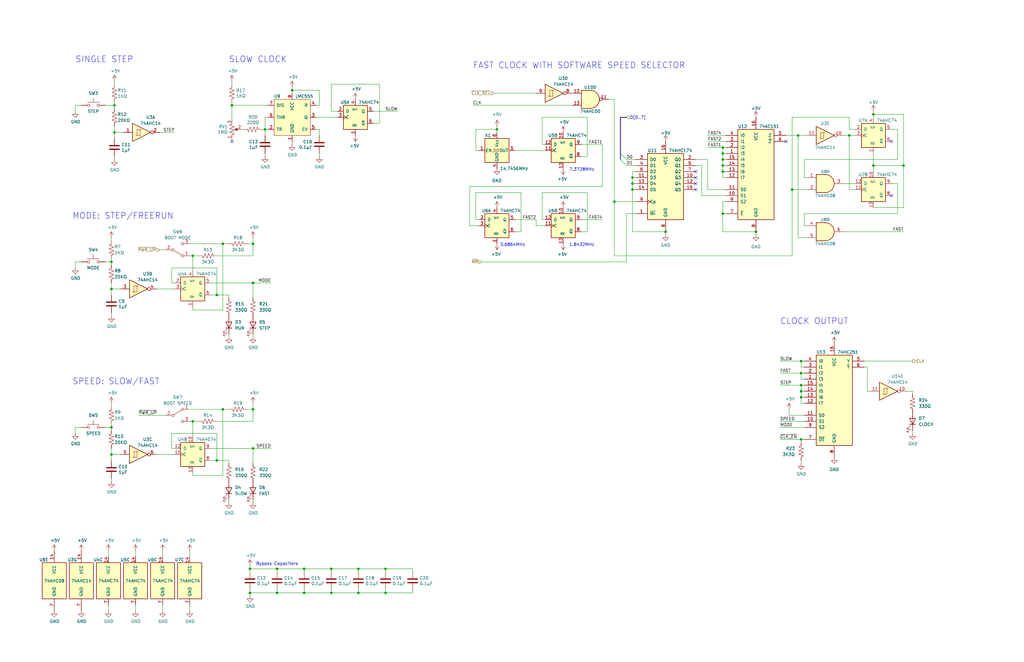
<source format=kicad_sch>
(kicad_sch (version 20211123) (generator eeschema)
  (paper "USLedger")
  (title_block (title "Selectable triple clock circuit") (date "2022-10-07") (rev "1.2") (company "Frederic Segard - aka: The Micro Hobbyist"))
  (junction (at 105.41 250.19))
  (junction (at 162.56 250.19))
  (junction (at 259.08 85.09))
  (junction (at 46.99 121.92))
  (junction (at 128.27 250.19))
  (junction (at 337.82 152.4))
  (junction (at 97.79 44.45))
  (junction (at 337.82 157.48))
  (junction (at 151.13 250.19))
  (junction (at 105.41 240.03))
  (junction (at 334.01 80.01))
  (junction (at 304.8 90.17))
  (junction (at 116.84 250.19))
  (junction (at 106.68 102.87))
  (junction (at 280.67 97.79))
  (junction (at 91.44 124.46))
  (junction (at 123.19 38.1))
  (junction (at 209.55 54.61))
  (junction (at 337.82 165.1))
  (junction (at 128.27 240.03))
  (junction (at 48.26 44.45))
  (junction (at 266.7 77.47))
  (junction (at 337.82 162.56))
  (junction (at 337.82 185.42))
  (junction (at 336.55 57.15))
  (junction (at 266.7 80.01))
  (junction (at 358.14 57.15))
  (junction (at 381 69.85))
  (junction (at 106.68 189.23))
  (junction (at 337.82 167.64))
  (junction (at 266.7 74.93))
  (junction (at 318.77 97.79))
  (junction (at 304.8 67.31))
  (junction (at 106.68 172.72))
  (junction (at 368.3 69.85))
  (junction (at 46.99 180.34))
  (junction (at 139.7 250.19))
  (junction (at 111.76 54.61))
  (junction (at 106.68 119.38))
  (junction (at 304.8 62.23))
  (junction (at 91.44 194.31))
  (junction (at 162.56 240.03))
  (junction (at 81.28 107.95))
  (junction (at 46.99 191.77))
  (junction (at 304.8 69.85))
  (junction (at 116.84 240.03))
  (junction (at 48.26 55.88))
  (junction (at 93.98 102.87))
  (junction (at 93.98 172.72))
  (junction (at 81.28 177.8))
  (junction (at 368.3 48.26))
  (junction (at 139.7 240.03))
  (junction (at 304.8 72.39))
  (junction (at 46.99 110.49))
  (junction (at 304.8 64.77))
  (junction (at 151.13 240.03))
  (no_connect (at 293.37 72.39))
  (no_connect (at 375.92 82.55))
  (no_connect (at 375.92 59.69))
  (no_connect (at 97.79 59.69))
  (no_connect (at 331.47 59.69))
  (no_connect (at 293.37 74.93))
  (no_connect (at 293.37 80.01))
  (no_connect (at 293.37 77.47))
  (bus_entry (at 261.62 64.77) (size 2.54 2.54))
  (bus_entry (at 261.62 67.31) (size 2.54 2.54))
  (wire (pts (xy 46.99 179.07) (xy 46.99 180.34)))
  (wire (pts (xy 97.79 43.18) (xy 97.79 44.45)))
  (wire (pts (xy 217.17 97.79) (xy 219.71 97.79)))
  (wire (pts (xy 368.3 46.99) (xy 368.3 48.26)))
  (wire (pts (xy 68.58 255.27) (xy 68.58 257.81)))
  (wire (pts (xy 46.99 109.22) (xy 46.99 110.49)))
  (wire (pts (xy 151.13 248.92) (xy 151.13 250.19)))
  (wire (pts (xy 304.8 90.17) (xy 304.8 85.09)))
  (wire (pts (xy 72.39 119.38) (xy 73.66 119.38)))
  (wire (pts (xy 217.17 63.5) (xy 229.87 63.5)))
  (wire (pts (xy 46.99 194.31) (xy 46.99 191.77)))
  (wire (pts (xy 365.76 165.1) (xy 365.76 154.94)))
  (wire (pts (xy 80.01 255.27) (xy 80.01 257.81)))
  (wire (pts (xy 173.99 241.3) (xy 173.99 240.03)))
  (wire (pts (xy 97.79 34.29) (xy 97.79 35.56)))
  (wire (pts (xy 298.45 67.31) (xy 298.45 80.01)))
  (wire (pts (xy 209.55 54.61) (xy 200.66 54.61)))
  (wire (pts (xy 245.11 92.71) (xy 254 92.71)))
  (wire (pts (xy 93.98 200.66) (xy 81.28 200.66)))
  (wire (pts (xy 106.68 107.95) (xy 106.68 102.87)))
  (wire (pts (xy 66.04 121.92) (xy 73.66 121.92)))
  (wire (pts (xy 57.15 234.95) (xy 57.15 232.41)))
  (wire (pts (xy 200.66 54.61) (xy 200.66 63.5)))
  (wire (pts (xy 266.7 80.01) (xy 267.97 80.01)))
  (wire (pts (xy 337.82 167.64) (xy 339.09 167.64)))
  (wire (pts (xy 123.19 38.1) (xy 123.19 36.83)))
  (wire (pts (xy 203.2 110.49) (xy 264.16 110.49)))
  (wire (pts (xy 157.48 46.99) (xy 167.64 46.99)))
  (wire (pts (xy 198.12 95.25) (xy 198.12 78.74)))
  (wire (pts (xy 134.62 44.45) (xy 133.35 44.45)))
  (wire (pts (xy 128.27 248.92) (xy 128.27 250.19)))
  (wire (pts (xy 160.02 52.07) (xy 160.02 35.56)))
  (wire (pts (xy 358.14 57.15) (xy 360.68 57.15)))
  (wire (pts (xy 72.39 189.23) (xy 73.66 189.23)))
  (wire (pts (xy 247.65 66.04) (xy 247.65 49.53)))
  (wire (pts (xy 334.01 107.95) (xy 259.08 107.95)))
  (wire (pts (xy 365.76 154.94) (xy 364.49 154.94)))
  (wire (pts (xy 73.66 55.88) (xy 67.31 55.88)))
  (wire (pts (xy 106.68 119.38) (xy 106.68 125.73)))
  (wire (pts (xy 96.52 140.97) (xy 96.52 142.24)))
  (wire (pts (xy 337.82 185.42) (xy 339.09 185.42)))
  (wire (pts (xy 48.26 44.45) (xy 48.26 45.72)))
  (wire (pts (xy 298.45 59.69) (xy 306.07 59.69)))
  (wire (pts (xy 381 87.63) (xy 381 69.85)))
  (wire (pts (xy 66.04 191.77) (xy 73.66 191.77)))
  (wire (pts (xy 266.7 77.47) (xy 266.7 80.01)))
  (wire (pts (xy 304.8 62.23) (xy 306.07 62.23)))
  (wire (pts (xy 358.14 57.15) (xy 358.14 80.01)))
  (wire (pts (xy 328.93 185.42) (xy 337.82 185.42)))
  (wire (pts (xy 254 60.96) (xy 254 78.74)))
  (wire (pts (xy 328.93 180.34) (xy 339.09 180.34)))
  (wire (pts (xy 44.45 180.34) (xy 46.99 180.34)))
  (wire (pts (xy 106.68 119.38) (xy 114.3 119.38)))
  (wire (pts (xy 247.65 97.79) (xy 247.65 81.28)))
  (wire (pts (xy 106.68 170.18) (xy 106.68 172.72)))
  (wire (pts (xy 264.16 69.85) (xy 267.97 69.85)))
  (wire (pts (xy 358.14 54.61) (xy 358.14 49.53)))
  (wire (pts (xy 81.28 177.8) (xy 83.82 177.8)))
  (wire (pts (xy 295.91 82.55) (xy 306.07 82.55)))
  (wire (pts (xy 116.84 248.92) (xy 116.84 250.19)))
  (wire (pts (xy 228.6 92.71) (xy 229.87 92.71)))
  (wire (pts (xy 200.66 81.28) (xy 200.66 92.71)))
  (wire (pts (xy 105.41 250.19) (xy 105.41 251.46)))
  (wire (pts (xy 334.01 80.01) (xy 340.36 80.01)))
  (wire (pts (xy 337.82 165.1) (xy 337.82 162.56)))
  (wire (pts (xy 355.6 77.47) (xy 360.68 77.47)))
  (wire (pts (xy 80.01 102.87) (xy 93.98 102.87)))
  (wire (pts (xy 134.62 66.04) (xy 134.62 64.77)))
  (wire (pts (xy 304.8 90.17) (xy 306.07 90.17)))
  (wire (pts (xy 226.06 95.25) (xy 229.87 95.25)))
  (wire (pts (xy 226.06 92.71) (xy 226.06 95.25)))
  (wire (pts (xy 46.99 124.46) (xy 46.99 121.92)))
  (wire (pts (xy 91.44 107.95) (xy 106.68 107.95)))
  (wire (pts (xy 209.55 54.61) (xy 209.55 55.88)))
  (wire (pts (xy 304.8 64.77) (xy 304.8 67.31)))
  (wire (pts (xy 339.09 160.02) (xy 337.82 160.02)))
  (wire (pts (xy 259.08 107.95) (xy 259.08 85.09)))
  (wire (pts (xy 93.98 102.87) (xy 96.52 102.87)))
  (wire (pts (xy 67.31 105.41) (xy 69.85 105.41)))
  (wire (pts (xy 368.3 69.85) (xy 368.3 72.39)))
  (wire (pts (xy 293.37 67.31) (xy 298.45 67.31)))
  (wire (pts (xy 337.82 152.4) (xy 339.09 152.4)))
  (wire (pts (xy 111.76 54.61) (xy 111.76 49.53)))
  (wire (pts (xy 332.74 172.72) (xy 332.74 175.26)))
  (wire (pts (xy 34.29 44.45) (xy 31.75 44.45)))
  (wire (pts (xy 81.28 177.8) (xy 80.01 177.8)))
  (wire (pts (xy 105.41 250.19) (xy 116.84 250.19)))
  (wire (pts (xy 337.82 194.31) (xy 337.82 195.58)))
  (wire (pts (xy 139.7 46.99) (xy 142.24 46.99)))
  (wire (pts (xy 339.09 90.17) (xy 339.09 95.25)))
  (wire (pts (xy 384.81 165.1) (xy 384.81 166.37)))
  (wire (pts (xy 337.82 167.64) (xy 337.82 165.1)))
  (wire (pts (xy 46.99 119.38) (xy 46.99 121.92)))
  (wire (pts (xy 381 69.85) (xy 368.3 69.85)))
  (wire (pts (xy 88.9 119.38) (xy 106.68 119.38)))
  (wire (pts (xy 46.99 132.08) (xy 46.99 133.35)))
  (wire (pts (xy 48.26 66.04) (xy 48.26 67.31)))
  (wire (pts (xy 266.7 74.93) (xy 266.7 77.47)))
  (wire (pts (xy 173.99 248.92) (xy 173.99 250.19)))
  (wire (pts (xy 334.01 49.53) (xy 358.14 49.53)))
  (wire (pts (xy 128.27 240.03) (xy 116.84 240.03)))
  (wire (pts (xy 266.7 80.01) (xy 266.7 97.79)))
  (wire (pts (xy 123.19 38.1) (xy 134.62 38.1)))
  (wire (pts (xy 93.98 172.72) (xy 96.52 172.72)))
  (wire (pts (xy 259.08 41.91) (xy 259.08 85.09)))
  (wire (pts (xy 378.46 77.47) (xy 378.46 90.17)))
  (wire (pts (xy 139.7 241.3) (xy 139.7 240.03)))
  (wire (pts (xy 134.62 54.61) (xy 134.62 57.15)))
  (bus (pts (xy 261.62 64.77) (xy 261.62 49.53)))
  (wire (pts (xy 46.99 110.49) (xy 46.99 111.76)))
  (wire (pts (xy 364.49 152.4) (xy 384.81 152.4)))
  (wire (pts (xy 93.98 130.81) (xy 81.28 130.81)))
  (wire (pts (xy 133.35 54.61) (xy 134.62 54.61)))
  (wire (pts (xy 46.99 180.34) (xy 46.99 181.61)))
  (wire (pts (xy 44.45 44.45) (xy 48.26 44.45)))
  (bus (pts (xy 264.16 49.53) (xy 261.62 49.53)))
  (wire (pts (xy 97.79 44.45) (xy 97.79 50.8)))
  (wire (pts (xy 91.44 182.88) (xy 72.39 182.88)))
  (wire (pts (xy 198.12 95.25) (xy 201.93 95.25)))
  (wire (pts (xy 106.68 189.23) (xy 114.3 189.23)))
  (wire (pts (xy 106.68 100.33) (xy 106.68 102.87)))
  (wire (pts (xy 157.48 52.07) (xy 160.02 52.07)))
  (wire (pts (xy 106.68 177.8) (xy 106.68 172.72)))
  (wire (pts (xy 96.52 194.31) (xy 91.44 194.31)))
  (wire (pts (xy 81.28 200.66) (xy 81.28 199.39)))
  (wire (pts (xy 378.46 67.31) (xy 339.09 67.31)))
  (wire (pts (xy 331.47 57.15) (xy 336.55 57.15)))
  (wire (pts (xy 245.11 60.96) (xy 254 60.96)))
  (wire (pts (xy 68.58 234.95) (xy 68.58 232.41)))
  (wire (pts (xy 328.93 177.8) (xy 339.09 177.8)))
  (wire (pts (xy 219.71 81.28) (xy 200.66 81.28)))
  (wire (pts (xy 151.13 240.03) (xy 139.7 240.03)))
  (wire (pts (xy 123.19 39.37) (xy 123.19 38.1)))
  (wire (pts (xy 162.56 250.19) (xy 173.99 250.19)))
  (wire (pts (xy 266.7 97.79) (xy 280.67 97.79)))
  (wire (pts (xy 304.8 74.93) (xy 304.8 72.39)))
  (wire (pts (xy 381 69.85) (xy 381 48.26)))
  (wire (pts (xy 91.44 113.03) (xy 72.39 113.03)))
  (wire (pts (xy 80.01 172.72) (xy 93.98 172.72)))
  (wire (pts (xy 304.8 72.39) (xy 306.07 72.39)))
  (wire (pts (xy 48.26 43.18) (xy 48.26 44.45)))
  (wire (pts (xy 298.45 62.23) (xy 304.8 62.23)))
  (wire (pts (xy 382.27 165.1) (xy 384.81 165.1)))
  (wire (pts (xy 264.16 110.49) (xy 264.16 90.17)))
  (wire (pts (xy 334.01 80.01) (xy 334.01 49.53)))
  (wire (pts (xy 81.28 130.81) (xy 81.28 129.54)))
  (wire (pts (xy 200.66 92.71) (xy 201.93 92.71)))
  (wire (pts (xy 334.01 80.01) (xy 334.01 107.95)))
  (wire (pts (xy 106.68 212.09) (xy 106.68 210.82)))
  (wire (pts (xy 339.09 67.31) (xy 339.09 74.93)))
  (wire (pts (xy 247.65 49.53) (xy 228.6 49.53)))
  (wire (pts (xy 96.52 125.73) (xy 96.52 124.46)))
  (wire (pts (xy 91.44 177.8) (xy 106.68 177.8)))
  (wire (pts (xy 381 48.26) (xy 368.3 48.26)))
  (wire (pts (xy 298.45 80.01) (xy 306.07 80.01)))
  (wire (pts (xy 304.8 67.31) (xy 306.07 67.31)))
  (wire (pts (xy 97.79 44.45) (xy 113.03 44.45)))
  (wire (pts (xy 304.8 67.31) (xy 304.8 69.85)))
  (wire (pts (xy 101.6 54.61) (xy 102.87 54.61)))
  (wire (pts (xy 384.81 182.88) (xy 384.81 181.61)))
  (wire (pts (xy 264.16 90.17) (xy 267.97 90.17)))
  (wire (pts (xy 199.39 44.45) (xy 241.3 44.45)))
  (wire (pts (xy 259.08 85.09) (xy 267.97 85.09)))
  (wire (pts (xy 358.14 80.01) (xy 360.68 80.01)))
  (wire (pts (xy 105.41 240.03) (xy 105.41 241.3)))
  (wire (pts (xy 45.72 255.27) (xy 45.72 257.81)))
  (wire (pts (xy 106.68 102.87) (xy 104.14 102.87)))
  (wire (pts (xy 367.03 165.1) (xy 365.76 165.1)))
  (wire (pts (xy 45.72 234.95) (xy 45.72 232.41)))
  (wire (pts (xy 111.76 49.53) (xy 113.03 49.53)))
  (wire (pts (xy 162.56 248.92) (xy 162.56 250.19)))
  (wire (pts (xy 304.8 85.09) (xy 306.07 85.09)))
  (wire (pts (xy 267.97 72.39) (xy 266.7 72.39)))
  (wire (pts (xy 105.41 248.92) (xy 105.41 250.19)))
  (wire (pts (xy 116.84 240.03) (xy 105.41 240.03)))
  (wire (pts (xy 113.03 54.61) (xy 111.76 54.61)))
  (wire (pts (xy 228.6 49.53) (xy 228.6 60.96)))
  (wire (pts (xy 208.28 39.37) (xy 226.06 39.37)))
  (wire (pts (xy 209.55 53.34) (xy 209.55 54.61)))
  (wire (pts (xy 304.8 69.85) (xy 304.8 72.39)))
  (wire (pts (xy 139.7 248.92) (xy 139.7 250.19)))
  (wire (pts (xy 339.09 170.18) (xy 337.82 170.18)))
  (wire (pts (xy 339.09 74.93) (xy 340.36 74.93)))
  (wire (pts (xy 72.39 113.03) (xy 72.39 119.38)))
  (wire (pts (xy 46.99 121.92) (xy 50.8 121.92)))
  (wire (pts (xy 219.71 97.79) (xy 219.71 81.28)))
  (wire (pts (xy 133.35 49.53) (xy 142.24 49.53)))
  (wire (pts (xy 106.68 142.24) (xy 106.68 140.97)))
  (wire (pts (xy 46.99 100.33) (xy 46.99 101.6)))
  (wire (pts (xy 280.67 99.06) (xy 280.67 97.79)))
  (wire (pts (xy 91.44 113.03) (xy 91.44 124.46)))
  (wire (pts (xy 46.99 170.18) (xy 46.99 171.45)))
  (wire (pts (xy 46.99 189.23) (xy 46.99 191.77)))
  (wire (pts (xy 173.99 240.03) (xy 162.56 240.03)))
  (wire (pts (xy 93.98 102.87) (xy 93.98 130.81)))
  (wire (pts (xy 256.54 41.91) (xy 259.08 41.91)))
  (wire (pts (xy 304.8 90.17) (xy 304.8 97.79)))
  (wire (pts (xy 304.8 62.23) (xy 304.8 64.77)))
  (wire (pts (xy 34.29 180.34) (xy 31.75 180.34)))
  (wire (pts (xy 339.09 175.26) (xy 332.74 175.26)))
  (wire (pts (xy 266.7 72.39) (xy 266.7 74.93)))
  (wire (pts (xy 368.3 87.63) (xy 381 87.63)))
  (wire (pts (xy 80.01 234.95) (xy 80.01 232.41)))
  (wire (pts (xy 337.82 185.42) (xy 337.82 186.69)))
  (wire (pts (xy 264.16 67.31) (xy 267.97 67.31)))
  (wire (pts (xy 160.02 35.56) (xy 139.7 35.56)))
  (wire (pts (xy 88.9 189.23) (xy 106.68 189.23)))
  (wire (pts (xy 339.09 154.94) (xy 337.82 154.94)))
  (wire (pts (xy 96.52 124.46) (xy 91.44 124.46)))
  (wire (pts (xy 245.11 97.79) (xy 247.65 97.79)))
  (wire (pts (xy 198.12 78.74) (xy 254 78.74)))
  (wire (pts (xy 96.52 210.82) (xy 96.52 212.09)))
  (wire (pts (xy 48.26 55.88) (xy 52.07 55.88)))
  (wire (pts (xy 81.28 107.95) (xy 80.01 107.95)))
  (wire (pts (xy 34.29 110.49) (xy 31.75 110.49)))
  (wire (pts (xy 378.46 54.61) (xy 378.46 67.31)))
  (wire (pts (xy 151.13 250.19) (xy 162.56 250.19)))
  (wire (pts (xy 81.28 184.15) (xy 81.28 177.8)))
  (wire (pts (xy 48.26 34.29) (xy 48.26 35.56)))
  (wire (pts (xy 31.75 44.45) (xy 31.75 46.99)))
  (wire (pts (xy 106.68 172.72) (xy 104.14 172.72)))
  (wire (pts (xy 318.77 99.06) (xy 318.77 97.79)))
  (wire (pts (xy 48.26 58.42) (xy 48.26 55.88)))
  (wire (pts (xy 337.82 165.1) (xy 339.09 165.1)))
  (wire (pts (xy 295.91 69.85) (xy 295.91 82.55)))
  (wire (pts (xy 46.99 201.93) (xy 46.99 203.2)))
  (wire (pts (xy 128.27 250.19) (xy 139.7 250.19)))
  (wire (pts (xy 116.84 250.19) (xy 128.27 250.19)))
  (wire (pts (xy 111.76 57.15) (xy 111.76 54.61)))
  (wire (pts (xy 105.41 238.76) (xy 105.41 240.03)))
  (wire (pts (xy 337.82 154.94) (xy 337.82 152.4)))
  (wire (pts (xy 368.3 64.77) (xy 368.3 69.85)))
  (wire (pts (xy 340.36 57.15) (xy 336.55 57.15)))
  (wire (pts (xy 355.6 97.79) (xy 381 97.79)))
  (wire (pts (xy 337.82 162.56) (xy 328.93 162.56)))
  (wire (pts (xy 337.82 157.48) (xy 328.93 157.48)))
  (wire (pts (xy 375.92 77.47) (xy 378.46 77.47)))
  (wire (pts (xy 337.82 160.02) (xy 337.82 157.48)))
  (wire (pts (xy 337.82 162.56) (xy 339.09 162.56)))
  (wire (pts (xy 298.45 57.15) (xy 306.07 57.15)))
  (wire (pts (xy 337.82 152.4) (xy 328.93 152.4)))
  (wire (pts (xy 96.52 195.58) (xy 96.52 194.31)))
  (wire (pts (xy 228.6 60.96) (xy 229.87 60.96)))
  (wire (pts (xy 46.99 191.77) (xy 50.8 191.77)))
  (wire (pts (xy 368.3 48.26) (xy 368.3 49.53)))
  (wire (pts (xy 58.42 175.26) (xy 69.85 175.26)))
  (wire (pts (xy 31.75 110.49) (xy 31.75 113.03)))
  (wire (pts (xy 339.09 95.25) (xy 340.36 95.25)))
  (wire (pts (xy 247.65 81.28) (xy 228.6 81.28)))
  (wire (pts (xy 139.7 240.03) (xy 128.27 240.03)))
  (wire (pts (xy 31.75 180.34) (xy 31.75 182.88)))
  (wire (pts (xy 336.55 100.33) (xy 340.36 100.33)))
  (wire (pts (xy 267.97 74.93) (xy 266.7 74.93)))
  (wire (pts (xy 304.8 97.79) (xy 318.77 97.79)))
  (wire (pts (xy 128.27 241.3) (xy 128.27 240.03)))
  (wire (pts (xy 200.66 63.5) (xy 201.93 63.5)))
  (wire (pts (xy 91.44 124.46) (xy 88.9 124.46)))
  (wire (pts (xy 57.15 255.27) (xy 57.15 257.81)))
  (wire (pts (xy 337.82 157.48) (xy 339.09 157.48)))
  (wire (pts (xy 306.07 74.93) (xy 304.8 74.93)))
  (wire (pts (xy 162.56 240.03) (xy 151.13 240.03)))
  (wire (pts (xy 378.46 90.17) (xy 339.09 90.17)))
  (wire (pts (xy 134.62 38.1) (xy 134.62 44.45)))
  (wire (pts (xy 375.92 54.61) (xy 378.46 54.61)))
  (wire (pts (xy 44.45 110.49) (xy 46.99 110.49)))
  (wire (pts (xy 93.98 172.72) (xy 93.98 200.66)))
  (wire (pts (xy 151.13 241.3) (xy 151.13 240.03)))
  (wire (pts (xy 293.37 69.85) (xy 295.91 69.85)))
  (bus (pts (xy 261.62 67.31) (xy 261.62 64.77)))
  (wire (pts (xy 228.6 81.28) (xy 228.6 92.71)))
  (wire (pts (xy 91.44 194.31) (xy 88.9 194.31)))
  (wire (pts (xy 266.7 77.47) (xy 267.97 77.47)))
  (wire (pts (xy 360.68 54.61) (xy 358.14 54.61)))
  (wire (pts (xy 72.39 182.88) (xy 72.39 189.23)))
  (wire (pts (xy 111.76 66.04) (xy 111.76 64.77)))
  (wire (pts (xy 139.7 250.19) (xy 151.13 250.19)))
  (wire (pts (xy 139.7 35.56) (xy 139.7 46.99)))
  (wire (pts (xy 123.19 60.96) (xy 123.19 59.69)))
  (wire (pts (xy 106.68 189.23) (xy 106.68 195.58)))
  (wire (pts (xy 245.11 66.04) (xy 247.65 66.04)))
  (wire (pts (xy 217.17 92.71) (xy 226.06 92.71)))
  (wire (pts (xy 162.56 241.3) (xy 162.56 240.03)))
  (wire (pts (xy 355.6 57.15) (xy 358.14 57.15)))
  (wire (pts (xy 97.79 58.42) (xy 97.79 59.69)))
  (wire (pts (xy 81.28 114.3) (xy 81.28 107.95)))
  (wire (pts (xy 336.55 57.15) (xy 336.55 100.33)))
  (wire (pts (xy 111.76 54.61) (xy 110.49 54.61)))
  (wire (pts (xy 116.84 241.3) (xy 116.84 240.03)))
  (wire (pts (xy 81.28 107.95) (xy 83.82 107.95)))
  (wire (pts (xy 304.8 69.85) (xy 306.07 69.85)))
  (wire (pts (xy 48.26 53.34) (xy 48.26 55.88)))
  (wire (pts (xy 306.07 64.77) (xy 304.8 64.77)))
  (wire (pts (xy 91.44 182.88) (xy 91.44 194.31)))
  (wire (pts (xy 337.82 170.18) (xy 337.82 167.64)))
  (text "3.6864MHz" (at 210.82 104.14 0) (effects (font (size 1.27 1.27)) (justify left bottom)))
  (text "SLOW CLOCK" (at 96.52 26.67 0) (effects (font (size 2.54 2.54)) (justify left bottom)))
  (text "SPEED: SLOW/FAST" (at 30.48 162.56 0) (effects (font (size 2.54 2.54)) (justify left bottom)))
  (text "Bypass Capacitors" (at 107.95 238.76 0) (effects (font (size 1.27 1.27)) (justify left bottom)))
  (text "1.8432MHz" (at 240.03 104.14 0) (effects (font (size 1.27 1.27)) (justify left bottom)))
  (text "MODE: STEP/FREERUN" (at 30.48 92.71 0) (effects (font (size 2.54 2.54)) (justify left bottom)))
  (text "FAST CLOCK WITH SOFTWARE SPEED SELECTOR" (at 199.39 29.21 0) (effects (font (size 2.54 2.54)) (justify left bottom)))
  (text "CLOCK OUTPUT" (at 328.93 137.16 0) (effects (font (size 2.54 2.54)) (justify left bottom)))
  (text "7.3728MHz" (at 240.03 72.39 0) (effects (font (size 1.27 1.27)) (justify left bottom)))
  (text "SINGLE STEP" (at 31.75 26.67 0) (effects (font (size 2.54 2.54)) (justify left bottom)))
  (label "FAST" (at 381 97.79 180))
  (label "CLK" (at 199.39 44.45 0))
  (label "STEP" (at 73.66 55.88 180))
  (label "FAST4" (at 298.45 57.15 0))
  (label "MODE" (at 328.93 180.34 0))
  (label "FAST1" (at 254 60.96 180))
  (label "FAST2" (at 298.45 59.69 0))
  (label "SLOW" (at 328.93 152.4 0))
  (label "D0" (at 264.16 67.31 0))
  (label "MODE" (at 114.3 119.38 180))
  (label "FAST4" (at 254 92.71 180))
  (label "FAST" (at 328.93 157.48 0))
  (label "SPEED" (at 328.93 177.8 0))
  (label "~{CLK_EN}" (at 328.93 185.42 0))
  (label "STEP" (at 328.93 162.56 0))
  (label "~{PWR_UP}" (at 58.42 175.26 0))
  (label "SPEED" (at 114.3 189.23 180))
  (label "D1" (at 264.16 69.85 0))
  (label "FAST2" (at 226.06 92.71 180))
  (label "SLOW" (at 167.64 46.99 180))
  (label "FAST1" (at 298.45 62.23 0))
  (hierarchical_label "~{CLK_SEL}" (shape input) (at 208.28 39.37 180))
  (hierarchical_label "CLK" (shape output) (at 384.81 152.4 0))
  (hierarchical_label "~{PWR_UP}" (shape input) (at 67.31 105.41 180))
  (hierarchical_label "D[0..7]" (shape input) (at 264.16 49.53 0))
  (hierarchical_label "~{MR}" (shape input) (at 203.2 110.49 180))
  (symbol (lib_id "Device:R_US") (at 97.79 39.37 0) (mirror y) (unit 1)
    (property "Reference" "R17" (at 99.5172 38.2016 0) (effects (justify right)))
    (property "Value" "1KΩ" (at 99.5172 40.513 0) (effects (justify right)))
    (property "Footprint" "Resistor_THT:R_Axial_DIN0207_L6.3mm_D2.5mm_P7.62mm_Horizontal" (effects hide))
  )
  (symbol (lib_id "power:+5V") (at 97.79 34.29 0) (unit 1)
    (property "Reference" "#PWR035" (effects hide))
    (property "Value" "+5V" (at 98.171 29.8958 0))
  )
  (symbol (lib_id "power:+5V") (at 123.19 36.83 0) (unit 1)
    (property "Reference" "#PWR043" (effects hide))
    (property "Value" "+5V" (at 123.571 32.4358 0))
  )
  (symbol (lib_id "power:GND") (at 123.19 60.96 0) (unit 1)
    (property "Reference" "#PWR044" (effects hide))
    (property "Value" "GND" (at 123.317 65.3542 0))
  )
  (symbol (lib_id "74xx:74HC74") (at 149.86 49.53 0) (unit 1)
    (property "Reference" "U5" (at 143.51 43.18 0) (effects (justify left)))
    (property "Value" "74AHC74" (at 151.13 43.18 0) (effects (justify left)))
    (property "Footprint" "Package_DIP:DIP-14_W7.62mm_Socket" (effects hide))
    (property "Datasheet" "74xx/74hc_hct74.pdf" (effects hide))
  )
  (symbol (lib_id "power:+5V") (at 149.86 41.91 0) (unit 1)
    (property "Reference" "#PWR046" (effects hide))
    (property "Value" "+5V" (at 150.241 37.5158 0))
  )
  (symbol (lib_id "74xx:74HC74") (at 45.72 245.11 0) (unit 3)
    (property "Reference" "U4" (at 39.37 236.22 0) (effects (justify left)))
    (property "Value" "74AHC74" (at 45.72 245.11 0))
    (property "Footprint" "Package_DIP:DIP-14_W7.62mm_Socket" (effects hide))
    (property "Datasheet" "74xx/74hc_hct74.pdf" (effects hide))
  )
  (symbol (lib_id "power:+5V") (at 45.72 232.41 0) (unit 1)
    (property "Reference" "#PWR017" (effects hide))
    (property "Value" "+5V" (at 46.101 228.0158 0))
  )
  (symbol (lib_id "power:GND") (at 45.72 257.81 0) (unit 1)
    (property "Reference" "#PWR018" (effects hide))
    (property "Value" "GND" (at 45.847 262.2042 0))
  )
  (symbol (lib_id "Device:C") (at 134.62 60.96 0) (mirror y) (unit 1)
    (property "Reference" "C16" (at 131.699 59.7916 0) (effects (justify left)))
    (property "Value" "0.1µF" (at 131.699 62.103 0) (effects (justify left)))
    (property "Footprint" "Capacitor_THT:C_Disc_D3.0mm_W1.6mm_P2.50mm" (effects hide))
  )
  (symbol (lib_id "Device:R_US") (at 106.68 54.61 90) (mirror x) (unit 1)
    (property "Reference" "R20" (at 106.68 49.403 90))
    (property "Value" "220Ω" (at 106.68 51.7144 90))
    (property "Footprint" "Resistor_THT:R_Axial_DIN0207_L6.3mm_D2.5mm_P7.62mm_Horizontal" (effects hide))
  )
  (symbol (lib_id "0_Z80_Library:LMC555") (at 123.19 40.64 0) (unit 1)
    (property "Reference" "U9" (at 116.84 40.64 0))
    (property "Value" "LMC555" (at 128.27 40.64 0))
    (property "Footprint" "Package_DIP:DIP-8_W7.62mm_Socket" (effects hide))
  )
  (symbol (lib_id "power:GND") (at 111.76 66.04 0) (unit 1)
    (property "Reference" "#PWR042" (effects hide))
    (property "Value" "GND" (at 111.887 70.4342 0))
  )
  (symbol (lib_id "power:GND") (at 134.62 66.04 0) (unit 1)
    (property "Reference" "#PWR045" (effects hide))
    (property "Value" "GND" (at 134.747 70.4342 0))
  )
  (symbol (lib_id "Device:R_Potentiometer_US") (at 97.79 54.61 0) (mirror x) (unit 1)
    (property "Reference" "RV1" (at 96.0628 53.4416 0) (effects (justify right)))
    (property "Value" "1MΩ" (at 96.0628 55.753 0) (effects (justify right)))
    (property "Footprint" "Potentiometer_THT:Potentiometer_Bourns_3299Y_Vertical" (effects hide))
  )
  (symbol (lib_id "power:+5V") (at 149.86 57.15 180) (unit 1)
    (property "Reference" "#PWR047" (effects hide))
    (property "Value" "+5V" (at 149.479 61.5442 0))
  )
  (symbol (lib_id "Device:C") (at 111.76 60.96 0) (mirror y) (unit 1)
    (property "Reference" "C13" (at 108.839 59.7916 0) (effects (justify left)))
    (property "Value" "1µF" (at 108.839 62.103 0) (effects (justify left)))
    (property "Footprint" "Capacitor_THT:C_Disc_D3.0mm_W1.6mm_P2.50mm" (effects hide))
  )
  (symbol (lib_id "74xx:74HC74") (at 368.3 57.15 0) (unit 1)
    (property "Reference" "U7" (at 361.95 50.8 0) (effects (justify left)))
    (property "Value" "74AHC74" (at 369.57 50.8 0) (effects (justify left)))
    (property "Footprint" "Package_DIP:DIP-14_W7.62mm_Socket" (effects hide))
    (property "Datasheet" "74xx/74hc_hct74.pdf" (effects hide))
  )
  (symbol (lib_id "power:+5V") (at 46.99 170.18 0) (unit 1)
    (property "Reference" "#PWR021" (effects hide))
    (property "Value" "+5V" (at 47.371 165.7858 0))
  )
  (symbol (lib_id "power:+5V") (at 237.49 55.88 0) (unit 1)
    (property "Reference" "#PWR052" (effects hide))
    (property "Value" "+5V" (at 237.871 51.4858 0))
  )
  (symbol (lib_id "74xx:74LS08") (at 347.98 77.47 0) (unit 1)
    (property "Reference" "U8" (at 347.98 72.39 0))
    (property "Value" "74AHC08" (at 347.98 82.55 0))
    (property "Footprint" "Package_DIP:DIP-14_W7.62mm_Socket" (effects hide))
    (property "Datasheet" "http://www.ti.com/lit/gpn/sn74LS08" (effects hide))
  )
  (symbol (lib_id "power:+5V") (at 280.67 59.69 0) (unit 1)
    (property "Reference" "#PWR056" (effects hide))
    (property "Value" "+5V" (at 280.67 56.1142 0))
  )
  (symbol (lib_id "Device:R_US") (at 46.99 185.42 0) (mirror x) (unit 1)
    (property "Reference" "R10" (at 48.26 184.15 0) (effects (justify left)))
    (property "Value" "20KΩ" (at 48.26 186.69 0) (effects (justify left)))
    (property "Footprint" "Resistor_THT:R_Axial_DIN0207_L6.3mm_D2.5mm_P7.62mm_Horizontal" (effects hide))
  )
  (symbol (lib_id "power:+5V") (at 318.77 49.53 0) (unit 1)
    (property "Reference" "#PWR058" (effects hide))
    (property "Value" "+5V" (at 318.77 45.72 0))
  )
  (symbol (lib_id "power:GND") (at 46.99 133.35 0) (unit 1)
    (property "Reference" "#PWR020" (effects hide))
    (property "Value" "GND" (at 47.117 137.7442 0))
  )
  (symbol (lib_id "power:+5V") (at 368.3 46.99 0) (unit 1)
    (property "Reference" "#PWR064" (effects hide))
    (property "Value" "+5V" (at 368.3 43.18 0))
  )
  (symbol (lib_id "power:GND") (at 57.15 257.81 0) (unit 1)
    (property "Reference" "#PWR026" (effects hide))
    (property "Value" "GND" (at 57.277 262.2042 0))
  )
  (symbol (lib_id "Device:R_US") (at 96.52 129.54 0) (unit 1)
    (property "Reference" "R15" (at 99.06 128.27 0) (effects (justify left)))
    (property "Value" "330Ω" (at 99.06 130.81 0) (effects (justify left)))
    (property "Footprint" "Resistor_THT:R_Axial_DIN0207_L6.3mm_D2.5mm_P10.16mm_Horizontal" (effects hide))
  )
  (symbol (lib_id "Device:R_US") (at 106.68 129.54 0) (unit 1)
    (property "Reference" "R21" (at 109.22 128.27 0) (effects (justify left)))
    (property "Value" "330Ω" (at 109.22 130.81 0) (effects (justify left)))
    (property "Footprint" "Resistor_THT:R_Axial_DIN0207_L6.3mm_D2.5mm_P10.16mm_Horizontal" (effects hide))
  )
  (symbol (lib_id "power:GND") (at 384.81 182.88 0) (unit 1)
    (property "Reference" "#PWR065" (effects hide))
    (property "Value" "GND" (at 384.937 187.2742 0))
  )
  (symbol (lib_id "power:GND") (at 34.29 257.81 0) (unit 1)
    (property "Reference" "#PWR016" (effects hide))
    (property "Value" "GND" (at 34.417 262.2042 0))
  )
  (symbol (lib_id "power:+5V") (at 46.99 100.33 0) (unit 1)
    (property "Reference" "#PWR019" (effects hide))
    (property "Value" "+5V" (at 47.371 95.9358 0))
  )
  (symbol (lib_id "Device:R_US") (at 46.99 105.41 0) (mirror y) (unit 1)
    (property "Reference" "R7" (at 48.26 104.14 0) (effects (justify right)))
    (property "Value" "1KΩ" (at 48.26 106.68 0) (effects (justify right)))
    (property "Footprint" "Resistor_THT:R_Axial_DIN0207_L6.3mm_D2.5mm_P7.62mm_Horizontal" (effects hide))
  )
  (symbol (lib_id "power:+5V") (at 332.74 172.72 0) (unit 1)
    (property "Reference" "#PWR060" (effects hide))
    (property "Value" "+5V" (at 333.121 168.3258 0))
  )
  (symbol (lib_id "power:GND") (at 105.41 251.46 0) (unit 1)
    (property "Reference" "#PWR037" (effects hide))
    (property "Value" "GND" (at 105.537 255.8542 0))
  )
  (symbol (lib_id "power:GND") (at 337.82 195.58 0) (unit 1)
    (property "Reference" "#PWR061" (effects hide))
    (property "Value" "GND" (at 337.947 199.9742 0))
  )
  (symbol (lib_id "power:GND") (at 31.75 46.99 0) (unit 1)
    (property "Reference" "#PWR012" (effects hide))
    (property "Value" "GND" (at 31.877 51.3842 0))
  )
  (symbol (lib_id "Device:C") (at 139.7 245.11 0) (unit 1)
    (property "Reference" "C17" (at 142.621 243.9416 0) (effects (justify left)))
    (property "Value" "0.1µF" (at 142.621 246.253 0) (effects (justify left)))
    (property "Footprint" "Capacitor_THT:C_Disc_D3.0mm_W1.6mm_P2.50mm" (effects hide))
  )
  (symbol (lib_id "74xx:74HC74") (at 80.01 245.11 0) (unit 3)
    (property "Reference" "U7" (at 73.66 236.22 0) (effects (justify left)))
    (property "Value" "74AHC74" (at 80.01 245.11 0))
    (property "Footprint" "Package_DIP:DIP-14_W7.62mm_Socket" (effects hide))
    (property "Datasheet" "74xx/74hc_hct74.pdf" (effects hide))
  )
  (symbol (lib_id "Oscillator:CXO_DIP8") (at 209.55 63.5 0) (unit 1)
    (property "Reference" "X1" (at 205.74 57.15 0))
    (property "Value" "14.7456MHz" (at 210.82 71.12 0) (effects (justify left)))
    (property "Footprint" "Oscillator:Oscillator_DIP-8" (effects hide))
    (property "Datasheet" "http://cdn-reichelt.de/documents/datenblatt/B400/OSZI.pdf" (effects hide))
  )
  (symbol (lib_id "Switch:SW_SPDT") (at 74.93 175.26 0) (unit 1)
    (property "Reference" "SW7" (at 74.93 167.64 0))
    (property "Value" "BOOT SPEED" (at 74.93 170.18 0))
    (property "Footprint" "0_Z80_Library:Microswitch_2.54mm_spacing" (effects hide))
  )
  (symbol (lib_id "Device:LED") (at 384.81 177.8 270) (mirror x) (unit 1)
    (property "Reference" "D7" (at 387.35 176.53 90) (effects (justify left)))
    (property "Value" "CLOCK" (at 387.35 179.07 90) (effects (justify left)))
    (property "Footprint" "LED_THT:LED_D3.0mm" (effects hide))
  )
  (symbol (lib_id "Device:R_US") (at 100.33 172.72 90) (mirror x) (unit 1)
    (property "Reference" "R19" (at 100.33 170.18 90))
    (property "Value" "3K3Ω" (at 100.33 175.26 90))
    (property "Footprint" "Resistor_THT:R_Axial_DIN0207_L6.3mm_D2.5mm_P7.62mm_Horizontal" (effects hide))
  )
  (symbol (lib_id "power:+5V") (at 209.55 87.63 0) (unit 1)
    (property "Reference" "#PWR050" (effects hide))
    (property "Value" "+5V" (at 209.931 83.2358 0))
  )
  (symbol (lib_id "power:+5V") (at 237.49 71.12 180) (unit 1)
    (property "Reference" "#PWR053" (effects hide))
    (property "Value" "+5V" (at 237.109 75.5142 0))
  )
  (symbol (lib_id "Switch:SW_Push") (at 39.37 110.49 0) (mirror y) (unit 1)
    (property "Reference" "SW4" (at 39.37 105.41 0))
    (property "Value" "MODE" (at 39.37 113.03 0))
    (property "Footprint" "Button_Switch_THT:SW_PUSH_6mm" (effects hide))
  )
  (symbol (lib_id "74xx:74HC74") (at 68.58 245.11 0) (unit 3)
    (property "Reference" "U6" (at 62.23 236.22 0) (effects (justify left)))
    (property "Value" "74AHC74" (at 68.58 245.11 0))
    (property "Footprint" "Package_DIP:DIP-14_W7.62mm_Socket" (effects hide))
    (property "Datasheet" "74xx/74hc_hct74.pdf" (effects hide))
  )
  (symbol (lib_id "power:GND") (at 68.58 257.81 0) (unit 1)
    (property "Reference" "#PWR028" (effects hide))
    (property "Value" "GND" (at 68.707 262.2042 0))
  )
  (symbol (lib_id "power:GND") (at 80.01 257.81 0) (unit 1)
    (property "Reference" "#PWR030" (effects hide))
    (property "Value" "GND" (at 80.137 262.2042 0))
  )
  (symbol (lib_id "power:GND") (at 280.67 99.06 0) (unit 1)
    (property "Reference" "#PWR057" (effects hide))
    (property "Value" "GND" (at 280.67 103.5034 0))
  )
  (symbol (lib_id "Device:R_US") (at 46.99 115.57 0) (mirror x) (unit 1)
    (property "Reference" "R8" (at 48.26 114.3 0) (effects (justify left)))
    (property "Value" "20KΩ" (at 48.26 116.84 0) (effects (justify left)))
    (property "Footprint" "Resistor_THT:R_Axial_DIN0207_L6.3mm_D2.5mm_P7.62mm_Horizontal" (effects hide))
  )
  (symbol (lib_id "Device:C") (at 162.56 245.11 0) (unit 1)
    (property "Reference" "C19" (at 165.481 243.9416 0) (effects (justify left)))
    (property "Value" "0.1µF" (at 165.481 246.253 0) (effects (justify left)))
    (property "Footprint" "Capacitor_THT:C_Disc_D3.0mm_W1.6mm_P2.50mm" (effects hide))
  )
  (symbol (lib_id "power:+5V") (at 57.15 232.41 0) (unit 1)
    (property "Reference" "#PWR025" (effects hide))
    (property "Value" "+5V" (at 57.531 228.0158 0))
  )
  (symbol (lib_id "Device:R_US") (at 48.26 49.53 0) (mirror x) (unit 1)
    (property "Reference" "R12" (at 49.53 48.26 0) (effects (justify left)))
    (property "Value" "20KΩ" (at 49.53 50.8 0) (effects (justify left)))
    (property "Footprint" "Resistor_THT:R_Axial_DIN0207_L6.3mm_D2.5mm_P7.62mm_Horizontal" (effects hide))
  )
  (symbol (lib_id "power:+5V") (at 34.29 232.41 0) (unit 1)
    (property "Reference" "#PWR015" (effects hide))
    (property "Value" "+5V" (at 34.671 228.0158 0))
  )
  (symbol (lib_id "power:GND") (at 48.26 67.31 0) (unit 1)
    (property "Reference" "#PWR024" (effects hide))
    (property "Value" "GND" (at 48.387 71.7042 0))
  )
  (symbol (lib_id "74xx:74LS251") (at 351.79 167.64 0) (unit 1)
    (property "Reference" "U13" (at 344.17 148.59 0) (effects (justify left)))
    (property "Value" "74HC251" (at 353.06 148.59 0) (effects (justify left)))
    (property "Footprint" "Package_DIP:DIP-16_W7.62mm_Socket" (effects hide))
    (property "Datasheet" "http://www.ti.com/lit/gpn/sn74LS251" (effects hide))
  )
  (symbol (lib_id "power:GND") (at 106.68 142.24 0) (unit 1)
    (property "Reference" "#PWR039" (effects hide))
    (property "Value" "GND" (at 106.807 146.6342 0))
  )
  (symbol (lib_id "Device:R_US") (at 384.81 170.18 0) (unit 1)
    (property "Reference" "R24" (at 387.35 168.91 0) (effects (justify left)))
    (property "Value" "330Ω" (at 387.35 171.45 0) (effects (justify left)))
    (property "Footprint" "Resistor_THT:R_Axial_DIN0207_L6.3mm_D2.5mm_P10.16mm_Horizontal" (effects hide))
  )
  (symbol (lib_id "power:GND") (at 106.68 212.09 0) (unit 1)
    (property "Reference" "#PWR041" (effects hide))
    (property "Value" "GND" (at 106.807 216.4842 0))
  )
  (symbol (lib_id "Device:R_US") (at 100.33 102.87 90) (mirror x) (unit 1)
    (property "Reference" "R18" (at 100.33 100.33 90))
    (property "Value" "3K3Ω" (at 100.33 105.41 90))
    (property "Footprint" "Resistor_THT:R_Axial_DIN0207_L6.3mm_D2.5mm_P7.62mm_Horizontal" (effects hide))
  )
  (symbol (lib_id "Device:C") (at 105.41 245.11 0) (unit 1)
    (property "Reference" "C12" (at 108.331 243.9416 0) (effects (justify left)))
    (property "Value" "0.1µF" (at 108.331 246.253 0) (effects (justify left)))
    (property "Footprint" "Capacitor_THT:C_Disc_D3.0mm_W1.6mm_P2.50mm" (effects hide))
  )
  (symbol (lib_id "Device:C") (at 151.13 245.11 0) (unit 1)
    (property "Reference" "C18" (at 154.051 243.9416 0) (effects (justify left)))
    (property "Value" "0.1µF" (at 154.051 246.253 0) (effects (justify left)))
    (property "Footprint" "Capacitor_THT:C_Disc_D3.0mm_W1.6mm_P2.50mm" (effects hide))
  )
  (symbol (lib_id "power:+5V") (at 48.26 34.29 0) (unit 1)
    (property "Reference" "#PWR023" (effects hide))
    (property "Value" "+5V" (at 48.641 29.8958 0))
  )
  (symbol (lib_id "Device:C") (at 46.99 128.27 0) (unit 1)
    (property "Reference" "C9" (at 49.911 127.1016 0) (effects (justify left)))
    (property "Value" "1µF" (at 49.911 129.413 0) (effects (justify left)))
    (property "Footprint" "Capacitor_THT:C_Disc_D3.0mm_W1.6mm_P2.50mm" (effects hide))
  )
  (symbol (lib_id "74xx:74HC74") (at 237.49 95.25 0) (unit 2)
    (property "Reference" "U6" (at 231.14 88.9 0) (effects (justify left)))
    (property "Value" "74AHC74" (at 238.76 88.9 0) (effects (justify left)))
    (property "Footprint" "Package_DIP:DIP-14_W7.62mm_Socket" (effects hide))
    (property "Datasheet" "74xx/74hc_hct74.pdf" (effects hide))
  )
  (symbol (lib_id "Device:R_US") (at 48.26 39.37 0) (mirror y) (unit 1)
    (property "Reference" "R11" (at 49.53 38.1 0) (effects (justify right)))
    (property "Value" "1KΩ" (at 49.53 40.64 0) (effects (justify right)))
    (property "Footprint" "Resistor_THT:R_Axial_DIN0207_L6.3mm_D2.5mm_P7.62mm_Horizontal" (effects hide))
  )
  (symbol (lib_id "Device:R_US") (at 106.68 199.39 0) (unit 1)
    (property "Reference" "R22" (at 109.22 198.12 0) (effects (justify left)))
    (property "Value" "330Ω" (at 109.22 200.66 0) (effects (justify left)))
    (property "Footprint" "Resistor_THT:R_Axial_DIN0207_L6.3mm_D2.5mm_P10.16mm_Horizontal" (effects hide))
  )
  (symbol (lib_id "power:GND") (at 22.86 257.81 0) (unit 1)
    (property "Reference" "#PWR032" (effects hide))
    (property "Value" "GND" (at 22.987 262.2042 0))
  )
  (symbol (lib_id "Device:LED") (at 96.52 207.01 270) (mirror x) (unit 1)
    (property "Reference" "D4" (at 99.06 205.74 90) (effects (justify left)))
    (property "Value" "SLOW" (at 99.06 208.28 90) (effects (justify left)))
    (property "Footprint" "LED_THT:LED_D3.0mm" (effects hide))
  )
  (symbol (lib_id "power:+5V") (at 105.41 238.76 0) (unit 1)
    (property "Reference" "#PWR036" (effects hide))
    (property "Value" "+5V" (at 105.791 234.3658 0))
  )
  (symbol (lib_id "Switch:SW_Push") (at 39.37 180.34 0) (mirror y) (unit 1)
    (property "Reference" "SW5" (at 39.37 175.26 0))
    (property "Value" "SPEED" (at 39.37 182.88 0))
    (property "Footprint" "Button_Switch_THT:SW_PUSH_6mm" (effects hide))
  )
  (symbol (lib_id "power:+5V") (at 237.49 102.87 180) (unit 1)
    (property "Reference" "#PWR055" (effects hide))
    (property "Value" "+5V" (at 237.109 107.2642 0))
  )
  (symbol (lib_id "power:+5V") (at 209.55 53.34 0) (unit 1)
    (property "Reference" "#PWR048" (effects hide))
    (property "Value" "+5V" (at 209.55 48.26 0))
  )
  (symbol (lib_id "Switch:SW_Push") (at 39.37 44.45 0) (mirror y) (unit 1)
    (property "Reference" "SW3" (at 39.37 39.37 0))
    (property "Value" "STEP" (at 39.37 46.99 0))
    (property "Footprint" "Button_Switch_THT:SW_PUSH_6mm" (effects hide))
  )
  (symbol (lib_id "power:+5V") (at 209.55 102.87 180) (unit 1)
    (property "Reference" "#PWR051" (effects hide))
    (property "Value" "+5V" (at 209.169 107.2642 0))
  )
  (symbol (lib_id "Device:R_US") (at 87.63 177.8 90) (mirror x) (unit 1)
    (property "Reference" "R14" (at 87.63 175.26 90))
    (property "Value" "3K3Ω" (at 87.63 180.34 90))
    (property "Footprint" "Resistor_THT:R_Axial_DIN0207_L6.3mm_D2.5mm_P7.62mm_Horizontal" (effects hide))
  )
  (symbol (lib_id "74xx:74HC74") (at 368.3 80.01 0) (unit 2)
    (property "Reference" "U7" (at 361.95 73.66 0) (effects (justify left)))
    (property "Value" "74AHC74" (at 369.57 73.66 0) (effects (justify left)))
    (property "Footprint" "Package_DIP:DIP-14_W7.62mm_Socket" (effects hide))
    (property "Datasheet" "74xx/74hc_hct74.pdf" (effects hide))
  )
  (symbol (lib_id "power:GND") (at 351.79 193.04 0) (unit 1)
    (property "Reference" "#PWR063" (effects hide))
    (property "Value" "GND" (at 351.79 198.12 0))
  )
  (symbol (lib_id "Switch:SW_SPDT") (at 74.93 105.41 0) (mirror x) (unit 1)
    (property "Reference" "SW6" (at 74.93 97.79 0))
    (property "Value" "BOOT MODE" (at 74.93 100.33 0))
    (property "Footprint" "0_Z80_Library:Microswitch_2.54mm_spacing" (effects hide))
  )
  (symbol (lib_id "Device:LED") (at 106.68 137.16 270) (mirror x) (unit 1)
    (property "Reference" "D5" (at 109.22 135.89 90) (effects (justify left)))
    (property "Value" "STEP" (at 109.22 138.43 90) (effects (justify left)))
    (property "Footprint" "LED_THT:LED_D3.0mm" (effects hide))
  )
  (symbol (lib_id "power:GND") (at 209.55 71.12 0) (unit 1)
    (property "Reference" "#PWR049" (effects hide))
    (property "Value" "GND" (at 209.55 76.2 0))
  )
  (symbol (lib_id "74xx:74HC14") (at 233.68 39.37 0) (unit 4)
    (property "Reference" "U3" (at 237.49 33.02 0))
    (property "Value" "74AHC14" (at 237.49 35.56 0))
    (property "Footprint" "Package_DIP:DIP-14_W7.62mm_Socket" (effects hide))
    (property "Datasheet" "http://www.ti.com/lit/gpn/sn74HC14" (effects hide))
  )
  (symbol (lib_id "Device:LED") (at 106.68 207.01 270) (mirror x) (unit 1)
    (property "Reference" "D6" (at 109.22 205.74 90) (effects (justify left)))
    (property "Value" "FAST" (at 109.22 208.28 90) (effects (justify left)))
    (property "Footprint" "LED_THT:LED_D3.0mm" (effects hide))
  )
  (symbol (lib_id "power:GND") (at 96.52 212.09 0) (unit 1)
    (property "Reference" "#PWR034" (effects hide))
    (property "Value" "GND" (at 96.647 216.4842 0))
  )
  (symbol (lib_id "Device:C") (at 116.84 245.11 0) (unit 1)
    (property "Reference" "C14" (at 119.761 243.9416 0) (effects (justify left)))
    (property "Value" "0.1µF" (at 119.761 246.253 0) (effects (justify left)))
    (property "Footprint" "Capacitor_THT:C_Disc_D3.0mm_W1.6mm_P2.50mm" (effects hide))
  )
  (symbol (lib_id "Device:C") (at 46.99 198.12 0) (unit 1)
    (property "Reference" "C10" (at 49.911 196.9516 0) (effects (justify left)))
    (property "Value" "1µF" (at 49.911 199.263 0) (effects (justify left)))
    (property "Footprint" "Capacitor_THT:C_Disc_D3.0mm_W1.6mm_P2.50mm" (effects hide))
  )
  (symbol (lib_id "74xx:74HC74") (at 237.49 63.5 0) (unit 2)
    (property "Reference" "U5" (at 231.14 57.15 0) (effects (justify left)))
    (property "Value" "74AHC74" (at 238.76 57.15 0) (effects (justify left)))
    (property "Footprint" "Package_DIP:DIP-14_W7.62mm_Socket" (effects hide))
    (property "Datasheet" "74xx/74hc_hct74.pdf" (effects hide))
  )
  (symbol (lib_id "74xx:74HC74") (at 81.28 191.77 0) (unit 2)
    (property "Reference" "U4" (at 74.93 185.42 0) (effects (justify left)))
    (property "Value" "74AHC74" (at 82.55 185.42 0) (effects (justify left)))
    (property "Footprint" "Package_DIP:DIP-14_W7.62mm_Socket" (effects hide))
    (property "Datasheet" "74xx/74hc_hct74.pdf" (effects hide))
  )
  (symbol (lib_id "74xx:74HC14") (at 58.42 191.77 0) (unit 3)
    (property "Reference" "U3" (at 62.23 185.42 0))
    (property "Value" "74AHC14" (at 62.23 187.96 0))
    (property "Footprint" "Package_DIP:DIP-14_W7.62mm_Socket" (effects hide))
    (property "Datasheet" "http://www.ti.com/lit/gpn/sn74HC14" (effects hide))
  )
  (symbol (lib_id "power:+5V") (at 22.86 232.41 0) (unit 1)
    (property "Reference" "#PWR031" (effects hide))
    (property "Value" "+5V" (at 23.241 228.0158 0))
  )
  (symbol (lib_id "power:+5V") (at 106.68 100.33 0) (unit 1)
    (property "Reference" "#PWR038" (effects hide))
    (property "Value" "+5V" (at 107.061 95.9358 0))
  )
  (symbol (lib_id "Device:C") (at 173.99 245.11 0) (unit 1)
    (property "Reference" "C20" (at 176.911 243.9416 0) (effects (justify left)))
    (property "Value" "0.1µF" (at 176.911 246.253 0) (effects (justify left)))
    (property "Footprint" "Capacitor_THT:C_Disc_D3.0mm_W1.6mm_P2.50mm" (effects hide))
  )
  (symbol (lib_id "power:GND") (at 318.77 99.06 0) (unit 1)
    (property "Reference" "#PWR059" (effects hide))
    (property "Value" "GND" (at 318.77 104.14 0))
  )
  (symbol (lib_id "74xx:74HC14") (at 374.65 165.1 0) (unit 5)
    (property "Reference" "U14" (at 378.46 158.75 0))
    (property "Value" "74AHC14" (at 378.46 161.29 0))
    (property "Footprint" "Package_DIP:DIP-14_W7.62mm_Socket" (effects hide))
    (property "Datasheet" "http://www.ti.com/lit/gpn/sn74HC14" (effects hide))
  )
  (symbol (lib_id "power:+5V") (at 106.68 170.18 0) (unit 1)
    (property "Reference" "#PWR040" (effects hide))
    (property "Value" "+5V" (at 107.061 165.7858 0))
  )
  (symbol (lib_id "power:GND") (at 31.75 182.88 0) (unit 1)
    (property "Reference" "#PWR014" (effects hide))
    (property "Value" "GND" (at 31.877 187.2742 0))
  )
  (symbol (lib_id "74xx:74HC00") (at 248.92 41.91 0) (unit 4)
    (property "Reference" "U10" (at 248.92 36.83 0))
    (property "Value" "74AHC00" (at 248.92 46.99 0))
    (property "Footprint" "Package_DIP:DIP-14_W7.62mm_Socket" (effects hide))
    (property "Datasheet" "http://www.ti.com/lit/gpn/sn74hc00" (effects hide))
  )
  (symbol (lib_id "power:GND") (at 31.75 113.03 0) (unit 1)
    (property "Reference" "#PWR013" (effects hide))
    (property "Value" "GND" (at 31.877 117.4242 0))
  )
  (symbol (lib_id "power:GND") (at 96.52 142.24 0) (unit 1)
    (property "Reference" "#PWR033" (effects hide))
    (property "Value" "GND" (at 96.647 146.6342 0))
  )
  (symbol (lib_id "Device:LED") (at 96.52 137.16 270) (mirror x) (unit 1)
    (property "Reference" "D3" (at 99.06 135.89 90) (effects (justify left)))
    (property "Value" "RUN" (at 99.06 138.43 90) (effects (justify left)))
    (property "Footprint" "LED_THT:LED_D3.0mm" (effects hide))
  )
  (symbol (lib_id "74xx:74HC14") (at 347.98 57.15 0) (unit 5)
    (property "Reference" "U3" (at 347.98 52.07 0))
    (property "Value" "74AHC14" (at 347.98 62.23 0))
    (property "Footprint" "Package_DIP:DIP-14_W7.62mm_Socket" (effects hide))
    (property "Datasheet" "http://www.ti.com/lit/gpn/sn74HC14" (effects hide))
  )
  (symbol (lib_id "power:GND") (at 46.99 203.2 0) (unit 1)
    (property "Reference" "#PWR022" (effects hide))
    (property "Value" "GND" (at 47.117 207.5942 0))
  )
  (symbol (lib_id "power:+5V") (at 68.58 232.41 0) (unit 1)
    (property "Reference" "#PWR027" (effects hide))
    (property "Value" "+5V" (at 68.961 228.0158 0))
  )
  (symbol (lib_id "power:+5V") (at 237.49 87.63 0) (unit 1)
    (property "Reference" "#PWR054" (effects hide))
    (property "Value" "+5V" (at 237.871 83.2358 0))
  )
  (symbol (lib_id "Device:C") (at 48.26 62.23 0) (unit 1)
    (property "Reference" "C11" (at 51.181 61.0616 0) (effects (justify left)))
    (property "Value" "1µF" (at 51.181 63.373 0) (effects (justify left)))
    (property "Footprint" "Capacitor_THT:C_Disc_D3.0mm_W1.6mm_P2.50mm" (effects hide))
  )
  (symbol (lib_id "74xx:74HC14") (at 34.29 245.11 0) (unit 7)
    (property "Reference" "U3" (at 30.48 236.22 0))
    (property "Value" "74AHC14" (at 34.29 245.11 0))
    (property "Footprint" "Package_DIP:DIP-14_W7.62mm_Socket" (effects hide))
    (property "Datasheet" "http://www.ti.com/lit/gpn/sn74HC14" (effects hide))
  )
  (symbol (lib_id "74xx:74LS174") (at 280.67 77.47 0) (unit 1)
    (property "Reference" "U11" (at 273.05 63.5 0) (effects (justify left)))
    (property "Value" "74AHC174" (at 281.94 63.5 0) (effects (justify left)))
    (property "Footprint" "Package_DIP:DIP-16_W7.62mm_Socket" (effects hide))
    (property "Datasheet" "http://www.ti.com/lit/gpn/sn74LS174" (effects hide))
  )
  (symbol (lib_id "power:+5V") (at 351.79 144.78 0) (unit 1)
    (property "Reference" "#PWR062" (effects hide))
    (property "Value" "+5V" (at 352.171 140.3858 0))
  )
  (symbol (lib_id "power:+5V") (at 80.01 232.41 0) (unit 1)
    (property "Reference" "#PWR029" (effects hide))
    (property "Value" "+5V" (at 80.391 228.0158 0))
  )
  (symbol (lib_id "74xx:74HC74") (at 209.55 95.25 0) (unit 1)
    (property "Reference" "U6" (at 203.2 88.9 0) (effects (justify left)))
    (property "Value" "74AHC74" (at 210.82 88.9 0) (effects (justify left)))
    (property "Footprint" "Package_DIP:DIP-14_W7.62mm_Socket" (effects hide))
    (property "Datasheet" "74xx/74hc_hct74.pdf" (effects hide))
  )
  (symbol (lib_id "74xx:74HC14") (at 59.69 55.88 0) (unit 1)
    (property "Reference" "U3" (at 63.5 49.53 0))
    (property "Value" "74AHC14" (at 63.5 52.07 0))
    (property "Footprint" "Package_DIP:DIP-14_W7.62mm_Socket" (effects hide))
    (property "Datasheet" "http://www.ti.com/lit/gpn/sn74HC14" (effects hide))
  )
  (symbol (lib_id "74xx:74LS151") (at 318.77 72.39 0) (unit 1)
    (property "Reference" "U12" (at 311.15 53.34 0) (effects (justify left)))
    (property "Value" "74AC151" (at 320.04 53.34 0) (effects (justify left)))
    (property "Footprint" "Package_DIP:DIP-16_W7.62mm_Socket" (effects hide))
    (property "Datasheet" "http://www.ti.com/lit/gpn/sn74LS151" (effects hide))
  )
  (symbol (lib_id "74xx:74LS08") (at 347.98 97.79 0) (unit 2)
    (property "Reference" "U8" (at 347.98 92.71 0))
    (property "Value" "74AHC08" (at 347.98 102.87 0))
    (property "Footprint" "Package_DIP:DIP-14_W7.62mm_Socket" (effects hide))
    (property "Datasheet" "http://www.ti.com/lit/gpn/sn74LS08" (effects hide))
  )
  (symbol (lib_id "74xx:74HC74") (at 81.28 121.92 0) (unit 1)
    (property "Reference" "U4" (at 74.93 115.57 0) (effects (justify left)))
    (property "Value" "74AHC74" (at 82.55 115.57 0) (effects (justify left)))
    (property "Footprint" "Package_DIP:DIP-14_W7.62mm_Socket" (effects hide))
    (property "Datasheet" "74xx/74hc_hct74.pdf" (effects hide))
  )
  (symbol (lib_id "Device:R_US") (at 337.82 190.5 0) (mirror y) (unit 1)
    (property "Reference" "R23" (at 335.28 189.23 0) (effects (justify left)))
    (property "Value" "3K3Ω" (at 335.28 191.77 0) (effects (justify left)))
    (property "Footprint" "Resistor_THT:R_Axial_DIN0207_L6.3mm_D2.5mm_P10.16mm_Horizontal" (effects hide))
  )
  (symbol (lib_id "Device:R_US") (at 87.63 107.95 90) (mirror x) (unit 1)
    (property "Reference" "R13" (at 87.63 105.41 90))
    (property "Value" "3K3Ω" (at 87.63 110.49 90))
    (property "Footprint" "Resistor_THT:R_Axial_DIN0207_L6.3mm_D2.5mm_P7.62mm_Horizontal" (effects hide))
  )
  (symbol (lib_id "Device:R_US") (at 46.99 175.26 0) (mirror y) (unit 1)
    (property "Reference" "R9" (at 48.26 173.99 0) (effects (justify right)))
    (property "Value" "1KΩ" (at 48.26 176.53 0) (effects (justify right)))
    (property "Footprint" "Resistor_THT:R_Axial_DIN0207_L6.3mm_D2.5mm_P7.62mm_Horizontal" (effects hide))
  )
  (symbol (lib_id "Device:C") (at 128.27 245.11 0) (unit 1)
    (property "Reference" "C15" (at 131.191 243.9416 0) (effects (justify left)))
    (property "Value" "0.1µF" (at 131.191 246.253 0) (effects (justify left)))
    (property "Footprint" "Capacitor_THT:C_Disc_D3.0mm_W1.6mm_P2.50mm" (effects hide))
  )
  (symbol (lib_id "Device:R_US") (at 96.52 199.39 0) (unit 1)
    (property "Reference" "R16" (at 99.06 198.12 0) (effects (justify left)))
    (property "Value" "330Ω" (at 99.06 200.66 0) (effects (justify left)))
    (property "Footprint" "Resistor_THT:R_Axial_DIN0207_L6.3mm_D2.5mm_P10.16mm_Horizontal" (effects hide))
  )
  (symbol (lib_id "74xx:74HC14") (at 58.42 121.92 0) (unit 2)
    (property "Reference" "U3" (at 62.23 115.57 0))
    (property "Value" "74AHC14" (at 62.23 118.11 0))
    (property "Footprint" "Package_DIP:DIP-14_W7.62mm_Socket" (effects hide))
    (property "Datasheet" "http://www.ti.com/lit/gpn/sn74HC14" (effects hide))
  )
  (symbol (lib_id "74xx:74HC74") (at 57.15 245.11 0) (unit 3)
    (property "Reference" "U5" (at 50.8 236.22 0) (effects (justify left)))
    (property "Value" "74AHC74" (at 57.15 245.11 0))
    (property "Footprint" "Package_DIP:DIP-14_W7.62mm_Socket" (effects hide))
    (property "Datasheet" "74xx/74hc_hct74.pdf" (effects hide))
  )
  (symbol (lib_id "74xx:74LS08") (at 22.86 245.11 0) (unit 5)
    (property "Reference" "U8" (at 16.51 236.22 0) (effects (justify left)))
    (property "Value" "74AHC08" (at 22.86 245.11 0))
    (property "Footprint" "Package_DIP:DIP-14_W7.62mm_Socket" (effects hide))
    (property "Datasheet" "http://www.ti.com/lit/gpn/sn74LS08" (effects hide))
  )
)
</source>
